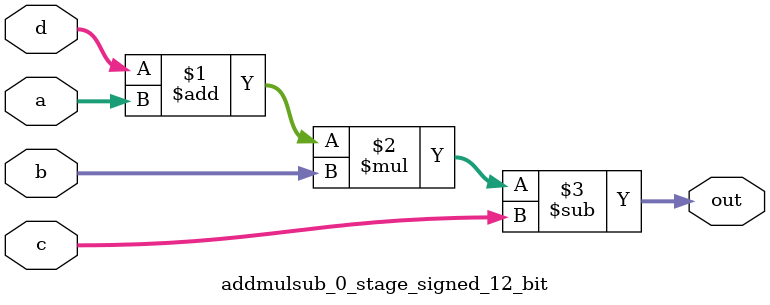
<source format=sv>
(* use_dsp = "yes" *) module addmulsub_0_stage_signed_12_bit(
	input signed [11:0] a,
	input signed [11:0] b,
	input signed [11:0] c,
	input signed [11:0] d,
	output [11:0] out
	);

	assign out = ((d + a) * b) - c;
endmodule

</source>
